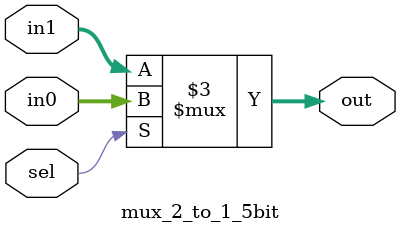
<source format=v>
module mux_2_to_1_5bit (
   input [4:0] in0, 
   input [4:0] in1, 
   input sel,        
   output reg [4:0] out  
);

   always @(*) begin
      if (sel)
         out <= in0;
      else
         out <= in1;
   end

endmodule
</source>
